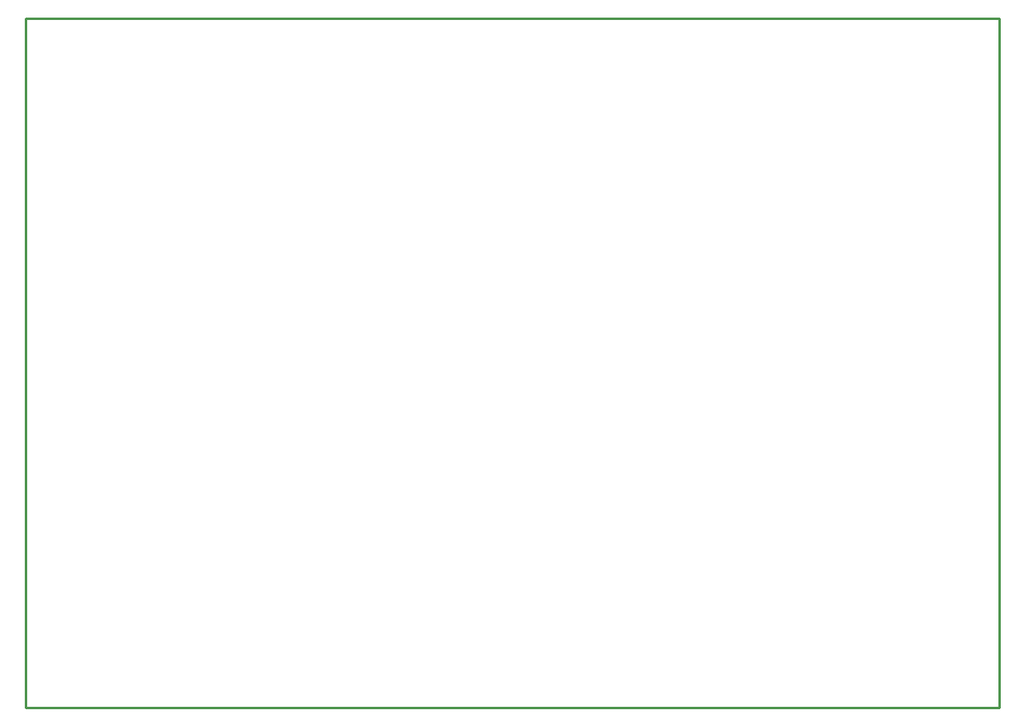
<source format=gko>
G04 Layer: BoardOutlineLayer*
G04 EasyEDA Pro v1.9.29, 2023-05-19 09:05:19*
G04 Gerber Generator version 0.3*
G04 Scale: 100 percent, Rotated: No, Reflected: No*
G04 Dimensions in millimeters*
G04 Leading zeros omitted, absolute positions, 3 integers and 3 decimals*
%FSLAX33Y33*%
%MOMM*%
%ADD10C,0.254*%
G75*


G04 PolygonModel Start*
G54D10*
G01X0Y-73025D02*
G01X0Y-25D01*
G01X103000D01*
G01Y-73025D01*
G01X0D01*
G04 PolygonModel End*

M02*

</source>
